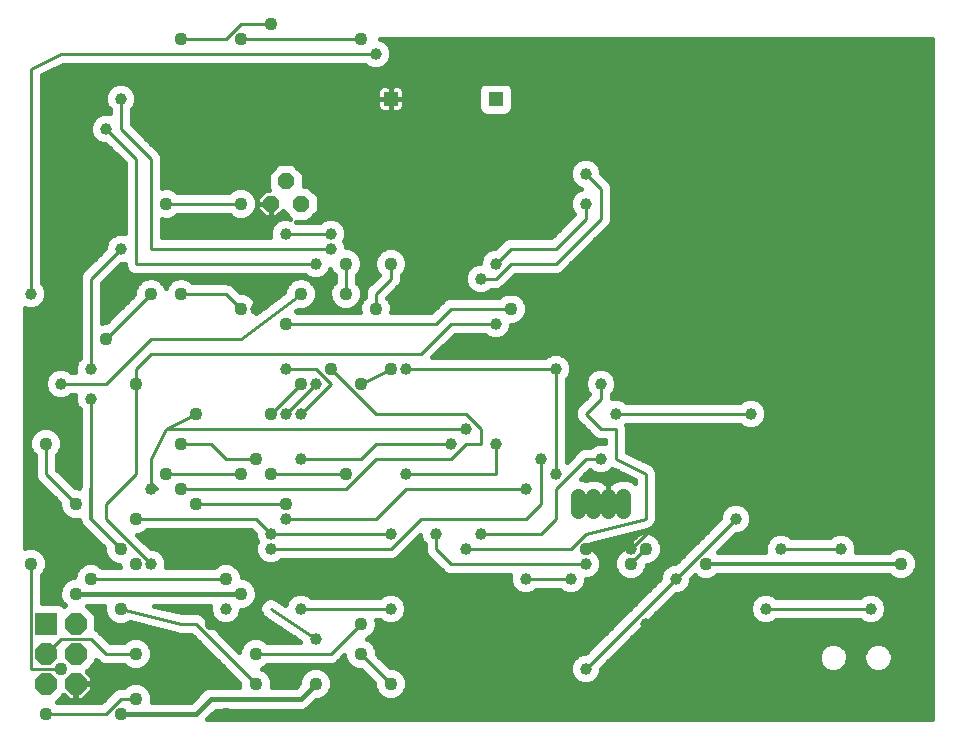
<source format=gbl>
G75*
%MOIN*%
%OFA0B0*%
%FSLAX25Y25*%
%IPPOS*%
%LPD*%
%AMOC8*
5,1,8,0,0,1.08239X$1,22.5*
%
%ADD10OC8,0.05600*%
%ADD11R,0.05156X0.05156*%
%ADD12R,0.07400X0.07400*%
%ADD13OC8,0.07400*%
%ADD14C,0.05156*%
%ADD15C,0.03969*%
%ADD16C,0.01000*%
%ADD17C,0.04362*%
%ADD18C,0.01600*%
%ADD19C,0.01200*%
D10*
X0092896Y0205384D03*
X0097896Y0212884D03*
X0102896Y0205384D03*
D11*
X0132896Y0240384D03*
X0167896Y0240384D03*
D12*
X0017896Y0065384D03*
D13*
X0027896Y0065384D03*
X0027896Y0055384D03*
X0017896Y0055384D03*
X0017896Y0045384D03*
X0027896Y0045384D03*
D14*
X0195396Y0102806D02*
X0195396Y0107962D01*
X0200396Y0107962D02*
X0200396Y0102806D01*
X0205396Y0102806D02*
X0205396Y0107962D01*
X0210396Y0107962D02*
X0210396Y0102806D01*
D15*
X0207896Y0115384D03*
X0202896Y0120384D03*
X0207896Y0135384D03*
X0202896Y0145384D03*
X0187896Y0150384D03*
X0172896Y0160384D03*
X0167896Y0165384D03*
X0162896Y0180384D03*
X0167896Y0185384D03*
X0152896Y0175384D03*
X0137896Y0150384D03*
X0157896Y0130384D03*
X0152896Y0125384D03*
X0137896Y0115384D03*
X0132896Y0095384D03*
X0147896Y0095384D03*
X0157896Y0090384D03*
X0162896Y0095384D03*
X0177896Y0110384D03*
X0182896Y0120384D03*
X0187896Y0115384D03*
X0167896Y0125384D03*
X0197896Y0085384D03*
X0192896Y0080384D03*
X0177896Y0080384D03*
X0197896Y0050384D03*
X0197896Y0040384D03*
X0217896Y0065384D03*
X0227896Y0080384D03*
X0212896Y0090384D03*
X0227896Y0105384D03*
X0247896Y0100384D03*
X0262896Y0090384D03*
X0257896Y0070384D03*
X0282896Y0090384D03*
X0292896Y0070384D03*
X0307896Y0065384D03*
X0252896Y0040384D03*
X0252896Y0125384D03*
X0252896Y0135384D03*
X0267896Y0155384D03*
X0282896Y0175384D03*
X0302896Y0155384D03*
X0297896Y0205384D03*
X0272896Y0230384D03*
X0262896Y0205384D03*
X0242896Y0245384D03*
X0197896Y0215384D03*
X0197896Y0205384D03*
X0182896Y0175384D03*
X0217896Y0175384D03*
X0237896Y0160384D03*
X0222896Y0145384D03*
X0142896Y0080384D03*
X0132896Y0070384D03*
X0107896Y0060384D03*
X0102896Y0070384D03*
X0107896Y0085384D03*
X0092896Y0090384D03*
X0092896Y0095384D03*
X0097896Y0100384D03*
X0102896Y0120384D03*
X0102896Y0135384D03*
X0097896Y0135384D03*
X0107896Y0145384D03*
X0097896Y0150384D03*
X0087896Y0170384D03*
X0107896Y0185384D03*
X0112896Y0190384D03*
X0112896Y0195384D03*
X0097896Y0195384D03*
X0087896Y0220384D03*
X0107896Y0245384D03*
X0127896Y0255384D03*
X0132896Y0245384D03*
X0192896Y0245384D03*
X0297896Y0245384D03*
X0157896Y0040384D03*
X0077896Y0070384D03*
X0052896Y0085384D03*
X0052896Y0110384D03*
X0032896Y0140384D03*
X0032896Y0150384D03*
X0022896Y0145384D03*
X0012896Y0175384D03*
X0042896Y0190384D03*
X0037896Y0230384D03*
X0042896Y0240384D03*
D16*
X0042896Y0230384D01*
X0052896Y0220384D01*
X0052896Y0190384D01*
X0112896Y0190384D01*
X0112896Y0195384D02*
X0097896Y0195384D01*
X0107896Y0185384D02*
X0047896Y0185384D01*
X0047896Y0220384D01*
X0037896Y0230384D01*
X0022896Y0255384D02*
X0012896Y0250384D01*
X0012896Y0175384D01*
X0032896Y0180384D02*
X0042896Y0190384D01*
X0032896Y0180384D02*
X0032896Y0150384D01*
X0037896Y0145384D02*
X0022896Y0145384D01*
X0032896Y0140384D02*
X0032896Y0110384D01*
X0027896Y0105384D02*
X0017896Y0115384D01*
X0017896Y0125384D01*
X0037896Y0145384D02*
X0052896Y0160384D01*
X0082896Y0160384D01*
X0102896Y0175384D01*
X0097896Y0165384D02*
X0147896Y0165384D01*
X0152896Y0170384D01*
X0172896Y0170384D01*
X0167896Y0165384D02*
X0152896Y0165384D01*
X0142896Y0155384D01*
X0052896Y0155384D01*
X0047896Y0150384D01*
X0047896Y0145384D01*
X0047896Y0115384D01*
X0037896Y0105384D01*
X0037896Y0100384D01*
X0052896Y0085384D01*
X0042896Y0090384D02*
X0032896Y0100384D01*
X0047896Y0100384D02*
X0087896Y0100384D01*
X0092896Y0095384D01*
X0132896Y0095384D01*
X0127896Y0100384D02*
X0137896Y0110384D01*
X0177896Y0110384D01*
X0182896Y0105384D02*
X0182896Y0120384D01*
X0187896Y0115384D02*
X0187896Y0150384D01*
X0137896Y0150384D01*
X0132896Y0150384D02*
X0122896Y0145384D01*
X0112896Y0145384D02*
X0107896Y0150384D01*
X0097896Y0150384D01*
X0102896Y0145384D02*
X0092896Y0135384D01*
X0097896Y0135384D02*
X0107896Y0145384D01*
X0112896Y0145384D02*
X0102896Y0135384D01*
X0102896Y0120384D02*
X0122896Y0120384D01*
X0127896Y0125384D01*
X0152896Y0125384D01*
X0152896Y0120384D02*
X0157896Y0125384D01*
X0162896Y0125384D01*
X0162896Y0130384D01*
X0157896Y0135384D01*
X0127896Y0135384D01*
X0112896Y0150384D01*
X0127896Y0170384D02*
X0127896Y0175384D01*
X0132896Y0180384D01*
X0132896Y0185384D01*
X0117896Y0185384D02*
X0117896Y0175384D01*
X0152896Y0175384D02*
X0182896Y0175384D01*
X0217896Y0175384D01*
X0222896Y0170384D01*
X0222896Y0145384D01*
X0207896Y0135384D02*
X0252896Y0135384D01*
X0252896Y0125384D02*
X0232896Y0105384D01*
X0227896Y0105384D01*
X0212896Y0090384D01*
X0217896Y0100384D02*
X0197896Y0095384D01*
X0192896Y0090384D01*
X0157896Y0090384D01*
X0162896Y0095384D02*
X0182896Y0095384D01*
X0187896Y0100384D01*
X0187896Y0110384D01*
X0197896Y0120384D01*
X0202896Y0120384D01*
X0207896Y0120384D02*
X0207896Y0130384D01*
X0202896Y0130384D01*
X0197896Y0135384D01*
X0202896Y0140384D01*
X0202896Y0145384D01*
X0207896Y0120384D02*
X0217896Y0115384D01*
X0217896Y0100384D01*
X0227896Y0080384D02*
X0247896Y0100384D01*
X0262896Y0090384D02*
X0282896Y0090384D01*
X0292896Y0070384D02*
X0257896Y0070384D01*
X0227896Y0080384D02*
X0197896Y0050384D01*
X0202896Y0050384D02*
X0202896Y0045384D01*
X0187896Y0045384D01*
X0157896Y0075384D01*
X0142896Y0080384D01*
X0147896Y0090384D02*
X0147896Y0095384D01*
X0147896Y0090384D02*
X0152896Y0085384D01*
X0197896Y0085384D01*
X0192896Y0080384D02*
X0177896Y0080384D01*
X0177896Y0100384D02*
X0182896Y0105384D01*
X0177896Y0100384D02*
X0142896Y0100384D01*
X0132896Y0090384D01*
X0092896Y0090384D01*
X0097896Y0100384D02*
X0127896Y0100384D01*
X0117896Y0110384D02*
X0062896Y0110384D01*
X0057896Y0115384D02*
X0082896Y0115384D01*
X0077896Y0120384D02*
X0087896Y0120384D01*
X0092896Y0115384D02*
X0117896Y0115384D01*
X0117896Y0110384D02*
X0127896Y0120384D01*
X0152896Y0120384D01*
X0157896Y0130384D02*
X0057896Y0130384D01*
X0067896Y0135384D01*
X0057896Y0130384D02*
X0052896Y0120384D01*
X0052896Y0112589D01*
X0055101Y0110384D01*
X0052896Y0110384D01*
X0062896Y0125384D02*
X0072896Y0125384D01*
X0077896Y0120384D01*
X0067896Y0105384D02*
X0097896Y0105384D01*
X0077896Y0080384D02*
X0032896Y0080384D01*
X0042896Y0070384D02*
X0062896Y0065384D01*
X0067896Y0065384D01*
X0087896Y0045384D01*
X0087896Y0055384D02*
X0112896Y0055384D01*
X0122896Y0065384D01*
X0122896Y0055384D02*
X0132896Y0045384D01*
X0132896Y0070384D02*
X0102896Y0070384D01*
X0092896Y0070384D02*
X0107896Y0060384D01*
X0137896Y0115384D02*
X0167896Y0115384D01*
X0167896Y0125384D01*
X0167896Y0180384D02*
X0162896Y0180384D01*
X0167896Y0180384D02*
X0172896Y0185384D01*
X0187896Y0185384D01*
X0202896Y0200384D01*
X0202896Y0210384D01*
X0197896Y0215384D01*
X0197896Y0205384D02*
X0197896Y0200384D01*
X0187896Y0190384D01*
X0172896Y0190384D01*
X0167896Y0185384D01*
X0132896Y0240384D02*
X0092896Y0240384D01*
X0082896Y0230384D01*
X0087896Y0220384D01*
X0082896Y0205384D02*
X0057896Y0205384D01*
X0052896Y0175384D02*
X0037896Y0160384D01*
X0062896Y0175384D02*
X0077896Y0175384D01*
X0082896Y0170384D01*
X0132896Y0245384D02*
X0192896Y0245384D01*
X0127896Y0255384D02*
X0022896Y0255384D01*
X0062896Y0260384D02*
X0077896Y0260384D01*
X0082896Y0265384D01*
X0092896Y0265384D01*
X0082896Y0260384D02*
X0122896Y0260384D01*
X0012896Y0085384D02*
X0012896Y0050384D01*
X0022896Y0050384D01*
X0017896Y0055384D02*
X0022896Y0060384D01*
X0032896Y0060384D01*
X0037896Y0055384D01*
X0047896Y0055384D01*
X0047896Y0040384D02*
X0042896Y0040384D01*
X0037896Y0035384D01*
X0017896Y0035384D01*
X0202896Y0050384D02*
X0217896Y0065384D01*
D17*
X0017896Y0035384D03*
X0022896Y0050384D03*
X0042896Y0050384D03*
X0047896Y0055384D03*
X0042896Y0060384D03*
X0042896Y0070384D03*
X0032896Y0080384D03*
X0027896Y0075384D03*
X0012896Y0085384D03*
X0022896Y0100384D03*
X0027896Y0105384D03*
X0022896Y0120384D03*
X0017896Y0125384D03*
X0047896Y0145384D03*
X0037896Y0160384D03*
X0052896Y0175384D03*
X0062896Y0175384D03*
X0082896Y0170384D03*
X0097896Y0165384D03*
X0102896Y0175384D03*
X0117896Y0175384D03*
X0117896Y0185384D03*
X0127896Y0170384D03*
X0132896Y0185384D03*
X0132896Y0150384D03*
X0122896Y0145384D03*
X0112896Y0150384D03*
X0102896Y0145384D03*
X0092896Y0135384D03*
X0087896Y0120384D03*
X0082896Y0115384D03*
X0092896Y0115384D03*
X0097896Y0105384D03*
X0117896Y0115384D03*
X0082896Y0075384D03*
X0077896Y0080384D03*
X0072896Y0065384D03*
X0067896Y0055384D03*
X0077896Y0035384D03*
X0087896Y0045384D03*
X0087896Y0055384D03*
X0107896Y0045384D03*
X0122896Y0055384D03*
X0122896Y0065384D03*
X0132896Y0045384D03*
X0197896Y0090384D03*
X0212896Y0085384D03*
X0217896Y0090384D03*
X0237896Y0085384D03*
X0302896Y0085384D03*
X0172896Y0170384D03*
X0122896Y0260384D03*
X0092896Y0265384D03*
X0082896Y0260384D03*
X0062896Y0260384D03*
X0057896Y0205384D03*
X0082896Y0205384D03*
X0067896Y0135384D03*
X0062896Y0125384D03*
X0057896Y0115384D03*
X0062896Y0110384D03*
X0067896Y0105384D03*
X0047896Y0100384D03*
X0042896Y0090384D03*
X0047896Y0085384D03*
X0047896Y0040384D03*
X0042896Y0035384D03*
D18*
X0067896Y0035384D01*
X0072896Y0040384D01*
X0102896Y0040384D01*
X0107896Y0045384D01*
X0111696Y0041573D02*
X0129096Y0041573D01*
X0129848Y0040822D02*
X0131826Y0040003D01*
X0133966Y0040003D01*
X0135944Y0040822D01*
X0137458Y0042336D01*
X0138277Y0044313D01*
X0138277Y0046454D01*
X0137458Y0048432D01*
X0135944Y0049946D01*
X0133966Y0050765D01*
X0132748Y0050765D01*
X0128277Y0055235D01*
X0128277Y0056454D01*
X0127458Y0058432D01*
X0125944Y0059946D01*
X0124886Y0060384D01*
X0125944Y0060822D01*
X0127458Y0062336D01*
X0128277Y0064313D01*
X0128277Y0066454D01*
X0128182Y0066684D01*
X0129264Y0066684D01*
X0129959Y0065989D01*
X0131865Y0065200D01*
X0133927Y0065200D01*
X0135833Y0065989D01*
X0137291Y0067447D01*
X0138080Y0069353D01*
X0138080Y0071415D01*
X0137291Y0073320D01*
X0135833Y0074779D01*
X0133927Y0075568D01*
X0131865Y0075568D01*
X0129959Y0074779D01*
X0129264Y0074084D01*
X0106528Y0074084D01*
X0105833Y0074779D01*
X0103927Y0075568D01*
X0101865Y0075568D01*
X0099959Y0074779D01*
X0098501Y0073320D01*
X0097778Y0071576D01*
X0094336Y0073871D01*
X0092892Y0074156D01*
X0091449Y0073868D01*
X0090226Y0073049D01*
X0089409Y0071824D01*
X0089124Y0070380D01*
X0089412Y0068937D01*
X0090231Y0067713D01*
X0102712Y0059393D01*
X0102712Y0059353D01*
X0102823Y0059084D01*
X0091806Y0059084D01*
X0090944Y0059946D01*
X0088966Y0060765D01*
X0086826Y0060765D01*
X0084848Y0059946D01*
X0083334Y0058432D01*
X0082515Y0056454D01*
X0082515Y0055997D01*
X0071033Y0067480D01*
X0069992Y0068521D01*
X0068632Y0069084D01*
X0063352Y0069084D01*
X0054151Y0071384D01*
X0072712Y0071384D01*
X0072712Y0069353D01*
X0073501Y0067447D01*
X0074959Y0065989D01*
X0076865Y0065200D01*
X0078927Y0065200D01*
X0080833Y0065989D01*
X0082291Y0067447D01*
X0083080Y0069353D01*
X0083080Y0070003D01*
X0083966Y0070003D01*
X0085944Y0070822D01*
X0087458Y0072336D01*
X0088277Y0074313D01*
X0088277Y0076454D01*
X0087458Y0078432D01*
X0085944Y0079946D01*
X0083966Y0080765D01*
X0083277Y0080765D01*
X0083277Y0081454D01*
X0082458Y0083432D01*
X0080944Y0084946D01*
X0078966Y0085765D01*
X0076826Y0085765D01*
X0074848Y0084946D01*
X0073986Y0084084D01*
X0057969Y0084084D01*
X0058080Y0084353D01*
X0058080Y0086415D01*
X0057291Y0088320D01*
X0055833Y0089779D01*
X0053927Y0090568D01*
X0052944Y0090568D01*
X0048510Y0095003D01*
X0048966Y0095003D01*
X0050944Y0095822D01*
X0051806Y0096684D01*
X0086363Y0096684D01*
X0087712Y0095335D01*
X0087712Y0094353D01*
X0088320Y0092884D01*
X0087712Y0091415D01*
X0087712Y0089353D01*
X0088501Y0087447D01*
X0089959Y0085989D01*
X0091865Y0085200D01*
X0093927Y0085200D01*
X0095833Y0085989D01*
X0096528Y0086684D01*
X0133632Y0086684D01*
X0134992Y0087247D01*
X0142712Y0094967D01*
X0142712Y0094353D01*
X0143501Y0092447D01*
X0144196Y0091752D01*
X0144196Y0089648D01*
X0144759Y0088288D01*
X0145800Y0087247D01*
X0150800Y0082247D01*
X0152160Y0081684D01*
X0172823Y0081684D01*
X0172712Y0081415D01*
X0172712Y0079353D01*
X0173501Y0077447D01*
X0174959Y0075989D01*
X0176865Y0075200D01*
X0178927Y0075200D01*
X0180833Y0075989D01*
X0181528Y0076684D01*
X0189264Y0076684D01*
X0189959Y0075989D01*
X0191865Y0075200D01*
X0193927Y0075200D01*
X0195833Y0075989D01*
X0197291Y0077447D01*
X0198080Y0079353D01*
X0198080Y0080200D01*
X0198927Y0080200D01*
X0200833Y0080989D01*
X0202291Y0082447D01*
X0203080Y0084353D01*
X0203080Y0086415D01*
X0202291Y0088320D01*
X0200833Y0089779D01*
X0198927Y0090568D01*
X0198313Y0090568D01*
X0199788Y0092043D01*
X0218352Y0096684D01*
X0218632Y0096684D01*
X0219059Y0096861D01*
X0219507Y0096973D01*
X0219733Y0097140D01*
X0219992Y0097247D01*
X0220319Y0097574D01*
X0220690Y0097849D01*
X0220834Y0098090D01*
X0221033Y0098288D01*
X0221210Y0098715D01*
X0221447Y0099111D01*
X0221489Y0099389D01*
X0221596Y0099648D01*
X0221596Y0100110D01*
X0221664Y0100567D01*
X0221596Y0100839D01*
X0221596Y0115252D01*
X0221639Y0115856D01*
X0221596Y0115984D01*
X0221596Y0116120D01*
X0221365Y0116678D01*
X0221173Y0117252D01*
X0221085Y0117354D01*
X0221033Y0117480D01*
X0220605Y0117907D01*
X0220209Y0118364D01*
X0220088Y0118425D01*
X0219992Y0118521D01*
X0219433Y0118752D01*
X0211596Y0122671D01*
X0211596Y0131120D01*
X0211411Y0131567D01*
X0211528Y0131684D01*
X0249264Y0131684D01*
X0249959Y0130989D01*
X0251865Y0130200D01*
X0253927Y0130200D01*
X0255833Y0130989D01*
X0257291Y0132447D01*
X0258080Y0134353D01*
X0258080Y0136415D01*
X0257291Y0138320D01*
X0255833Y0139779D01*
X0253927Y0140568D01*
X0251865Y0140568D01*
X0249959Y0139779D01*
X0249264Y0139084D01*
X0211528Y0139084D01*
X0210833Y0139779D01*
X0208927Y0140568D01*
X0206865Y0140568D01*
X0206596Y0140457D01*
X0206596Y0141752D01*
X0207291Y0142447D01*
X0208080Y0144353D01*
X0208080Y0146415D01*
X0207291Y0148320D01*
X0205833Y0149779D01*
X0203927Y0150568D01*
X0201865Y0150568D01*
X0199959Y0149779D01*
X0198501Y0148320D01*
X0197712Y0146415D01*
X0197712Y0144353D01*
X0198501Y0142447D01*
X0199114Y0141834D01*
X0194759Y0137480D01*
X0194196Y0136120D01*
X0194196Y0134648D01*
X0194759Y0133288D01*
X0195800Y0132247D01*
X0200800Y0127247D01*
X0202160Y0126684D01*
X0204196Y0126684D01*
X0204196Y0125457D01*
X0203927Y0125568D01*
X0201865Y0125568D01*
X0199959Y0124779D01*
X0199264Y0124084D01*
X0197160Y0124084D01*
X0195800Y0123521D01*
X0191596Y0119316D01*
X0191596Y0146752D01*
X0192291Y0147447D01*
X0193080Y0149353D01*
X0193080Y0151415D01*
X0192291Y0153320D01*
X0190833Y0154779D01*
X0188927Y0155568D01*
X0186865Y0155568D01*
X0184959Y0154779D01*
X0184264Y0154084D01*
X0146829Y0154084D01*
X0154429Y0161684D01*
X0164264Y0161684D01*
X0164959Y0160989D01*
X0166865Y0160200D01*
X0168927Y0160200D01*
X0170833Y0160989D01*
X0172291Y0162447D01*
X0173080Y0164353D01*
X0173080Y0165003D01*
X0173966Y0165003D01*
X0175944Y0165822D01*
X0177458Y0167336D01*
X0178277Y0169313D01*
X0178277Y0171454D01*
X0177458Y0173432D01*
X0175944Y0174946D01*
X0173966Y0175765D01*
X0171826Y0175765D01*
X0169848Y0174946D01*
X0168986Y0174084D01*
X0152160Y0174084D01*
X0150800Y0173521D01*
X0149759Y0172480D01*
X0146363Y0169084D01*
X0133182Y0169084D01*
X0133277Y0169313D01*
X0133277Y0171454D01*
X0132458Y0173432D01*
X0131817Y0174073D01*
X0134992Y0177247D01*
X0136033Y0178288D01*
X0136596Y0179648D01*
X0136596Y0181474D01*
X0137458Y0182336D01*
X0138277Y0184313D01*
X0138277Y0186454D01*
X0137458Y0188432D01*
X0135944Y0189946D01*
X0133966Y0190765D01*
X0131826Y0190765D01*
X0129848Y0189946D01*
X0128334Y0188432D01*
X0127515Y0186454D01*
X0127515Y0184313D01*
X0128334Y0182336D01*
X0128975Y0181695D01*
X0124759Y0177480D01*
X0124196Y0176120D01*
X0124196Y0174294D01*
X0123334Y0173432D01*
X0122515Y0171454D01*
X0122515Y0169313D01*
X0122610Y0169084D01*
X0101806Y0169084D01*
X0101316Y0169574D01*
X0101888Y0170003D01*
X0103966Y0170003D01*
X0105944Y0170822D01*
X0107458Y0172336D01*
X0108277Y0174313D01*
X0108277Y0176454D01*
X0107458Y0178432D01*
X0105944Y0179946D01*
X0103966Y0180765D01*
X0101826Y0180765D01*
X0099848Y0179946D01*
X0098334Y0178432D01*
X0097515Y0176454D01*
X0097515Y0175973D01*
X0088116Y0168923D01*
X0088277Y0169313D01*
X0088277Y0171454D01*
X0087458Y0173432D01*
X0085944Y0174946D01*
X0083966Y0175765D01*
X0082748Y0175765D01*
X0081033Y0177480D01*
X0079992Y0178521D01*
X0078632Y0179084D01*
X0066806Y0179084D01*
X0065944Y0179946D01*
X0063966Y0180765D01*
X0061826Y0180765D01*
X0059848Y0179946D01*
X0058334Y0178432D01*
X0057896Y0177374D01*
X0057458Y0178432D01*
X0055944Y0179946D01*
X0053966Y0180765D01*
X0051826Y0180765D01*
X0049848Y0179946D01*
X0048334Y0178432D01*
X0047515Y0176454D01*
X0047515Y0175235D01*
X0038045Y0165765D01*
X0036826Y0165765D01*
X0036596Y0165670D01*
X0036596Y0178851D01*
X0042944Y0185200D01*
X0043927Y0185200D01*
X0044196Y0185311D01*
X0044196Y0184648D01*
X0044759Y0183288D01*
X0045800Y0182247D01*
X0047160Y0181684D01*
X0104264Y0181684D01*
X0104959Y0180989D01*
X0106865Y0180200D01*
X0108927Y0180200D01*
X0110833Y0180989D01*
X0112291Y0182447D01*
X0112790Y0183651D01*
X0113334Y0182336D01*
X0114196Y0181474D01*
X0114196Y0179294D01*
X0113334Y0178432D01*
X0112515Y0176454D01*
X0112515Y0174313D01*
X0113334Y0172336D01*
X0114848Y0170822D01*
X0116826Y0170003D01*
X0118966Y0170003D01*
X0120944Y0170822D01*
X0122458Y0172336D01*
X0123277Y0174313D01*
X0123277Y0176454D01*
X0122458Y0178432D01*
X0121596Y0179294D01*
X0121596Y0181474D01*
X0122458Y0182336D01*
X0123277Y0184313D01*
X0123277Y0186454D01*
X0122458Y0188432D01*
X0120944Y0189946D01*
X0118966Y0190765D01*
X0118080Y0190765D01*
X0118080Y0191415D01*
X0117472Y0192884D01*
X0118080Y0194353D01*
X0118080Y0196415D01*
X0117291Y0198320D01*
X0115833Y0199779D01*
X0113927Y0200568D01*
X0111865Y0200568D01*
X0109959Y0199779D01*
X0109264Y0199084D01*
X0101528Y0199084D01*
X0101228Y0199384D01*
X0105381Y0199384D01*
X0108896Y0202899D01*
X0108896Y0207869D01*
X0105381Y0211384D01*
X0103896Y0211384D01*
X0103896Y0215369D01*
X0100381Y0218884D01*
X0095411Y0218884D01*
X0091896Y0215369D01*
X0091896Y0210399D01*
X0092311Y0209984D01*
X0090991Y0209984D01*
X0088296Y0207289D01*
X0088296Y0205384D01*
X0092896Y0205384D01*
X0092896Y0205384D01*
X0088296Y0205384D01*
X0088296Y0203478D01*
X0090991Y0200784D01*
X0092896Y0200784D01*
X0092896Y0205384D01*
X0092896Y0205384D01*
X0092896Y0200784D01*
X0094801Y0200784D01*
X0096906Y0202888D01*
X0099438Y0200356D01*
X0098927Y0200568D01*
X0096865Y0200568D01*
X0094959Y0199779D01*
X0093501Y0198320D01*
X0092712Y0196415D01*
X0092712Y0194353D01*
X0092823Y0194084D01*
X0056596Y0194084D01*
X0056596Y0200098D01*
X0056826Y0200003D01*
X0058966Y0200003D01*
X0060944Y0200822D01*
X0061806Y0201684D01*
X0078986Y0201684D01*
X0079848Y0200822D01*
X0081826Y0200003D01*
X0083966Y0200003D01*
X0085944Y0200822D01*
X0087458Y0202336D01*
X0088277Y0204313D01*
X0088277Y0206454D01*
X0087458Y0208432D01*
X0085944Y0209946D01*
X0083966Y0210765D01*
X0081826Y0210765D01*
X0079848Y0209946D01*
X0078986Y0209084D01*
X0061806Y0209084D01*
X0060944Y0209946D01*
X0058966Y0210765D01*
X0056826Y0210765D01*
X0056596Y0210670D01*
X0056596Y0221120D01*
X0056033Y0222480D01*
X0054992Y0223521D01*
X0046596Y0231916D01*
X0046596Y0236752D01*
X0047291Y0237447D01*
X0048080Y0239353D01*
X0048080Y0241415D01*
X0047291Y0243320D01*
X0045833Y0244779D01*
X0043927Y0245568D01*
X0041865Y0245568D01*
X0039959Y0244779D01*
X0038501Y0243320D01*
X0037712Y0241415D01*
X0037712Y0239353D01*
X0038501Y0237447D01*
X0039196Y0236752D01*
X0039196Y0235457D01*
X0038927Y0235568D01*
X0036865Y0235568D01*
X0034959Y0234779D01*
X0033501Y0233320D01*
X0032712Y0231415D01*
X0032712Y0229353D01*
X0033501Y0227447D01*
X0034959Y0225989D01*
X0036865Y0225200D01*
X0037848Y0225200D01*
X0044196Y0218851D01*
X0044196Y0195457D01*
X0043927Y0195568D01*
X0041865Y0195568D01*
X0039959Y0194779D01*
X0038501Y0193320D01*
X0037712Y0191415D01*
X0037712Y0190432D01*
X0029759Y0182480D01*
X0029196Y0181120D01*
X0029196Y0154015D01*
X0028501Y0153320D01*
X0027712Y0151415D01*
X0027712Y0149353D01*
X0027823Y0149084D01*
X0026528Y0149084D01*
X0025833Y0149779D01*
X0023927Y0150568D01*
X0021865Y0150568D01*
X0019959Y0149779D01*
X0018501Y0148320D01*
X0017712Y0146415D01*
X0017712Y0144353D01*
X0018501Y0142447D01*
X0019959Y0140989D01*
X0021865Y0140200D01*
X0023927Y0140200D01*
X0025833Y0140989D01*
X0026528Y0141684D01*
X0027823Y0141684D01*
X0027712Y0141415D01*
X0027712Y0139353D01*
X0028501Y0137447D01*
X0029196Y0136752D01*
X0029196Y0111381D01*
X0029096Y0111140D01*
X0029096Y0110711D01*
X0028966Y0110765D01*
X0027748Y0110765D01*
X0021596Y0116916D01*
X0021596Y0121474D01*
X0022458Y0122336D01*
X0023277Y0124313D01*
X0023277Y0126454D01*
X0022458Y0128432D01*
X0020944Y0129946D01*
X0018966Y0130765D01*
X0016826Y0130765D01*
X0014848Y0129946D01*
X0013334Y0128432D01*
X0012515Y0126454D01*
X0012515Y0124313D01*
X0013334Y0122336D01*
X0014196Y0121474D01*
X0014196Y0114648D01*
X0014759Y0113288D01*
X0015800Y0112247D01*
X0022515Y0105532D01*
X0022515Y0104313D01*
X0023334Y0102336D01*
X0024848Y0100822D01*
X0026826Y0100003D01*
X0028966Y0100003D01*
X0029096Y0100056D01*
X0029096Y0099628D01*
X0029675Y0098231D01*
X0030744Y0097162D01*
X0030985Y0097062D01*
X0037515Y0090532D01*
X0037515Y0089313D01*
X0038334Y0087336D01*
X0039848Y0085822D01*
X0041826Y0085003D01*
X0042515Y0085003D01*
X0042515Y0084313D01*
X0042610Y0084084D01*
X0036806Y0084084D01*
X0035944Y0084946D01*
X0033966Y0085765D01*
X0031826Y0085765D01*
X0029848Y0084946D01*
X0028334Y0083432D01*
X0027515Y0081454D01*
X0027515Y0080765D01*
X0026826Y0080765D01*
X0024848Y0079946D01*
X0023334Y0078432D01*
X0022515Y0076454D01*
X0022515Y0074313D01*
X0023334Y0072336D01*
X0024212Y0071458D01*
X0023980Y0071226D01*
X0023409Y0071797D01*
X0022233Y0072284D01*
X0016596Y0072284D01*
X0016596Y0081474D01*
X0017458Y0082336D01*
X0018277Y0084313D01*
X0018277Y0086454D01*
X0017458Y0088432D01*
X0015944Y0089946D01*
X0013966Y0090765D01*
X0011826Y0090765D01*
X0011096Y0090463D01*
X0011096Y0170518D01*
X0011865Y0170200D01*
X0013927Y0170200D01*
X0015833Y0170989D01*
X0017291Y0172447D01*
X0018080Y0174353D01*
X0018080Y0176415D01*
X0017291Y0178320D01*
X0016596Y0179015D01*
X0016596Y0248097D01*
X0023770Y0251684D01*
X0124264Y0251684D01*
X0124959Y0250989D01*
X0126865Y0250200D01*
X0128927Y0250200D01*
X0130833Y0250989D01*
X0132291Y0252447D01*
X0133080Y0254353D01*
X0133080Y0256415D01*
X0132291Y0258320D01*
X0130833Y0259779D01*
X0129372Y0260384D01*
X0313397Y0260384D01*
X0313397Y0033584D01*
X0071753Y0033584D01*
X0074553Y0036384D01*
X0103692Y0036384D01*
X0105162Y0036993D01*
X0108172Y0040003D01*
X0108966Y0040003D01*
X0110944Y0040822D01*
X0112458Y0042336D01*
X0113277Y0044313D01*
X0113277Y0046454D01*
X0112458Y0048432D01*
X0110944Y0049946D01*
X0108966Y0050765D01*
X0106826Y0050765D01*
X0104848Y0049946D01*
X0103334Y0048432D01*
X0102515Y0046454D01*
X0102515Y0045660D01*
X0101239Y0044384D01*
X0093277Y0044384D01*
X0093277Y0046454D01*
X0092458Y0048432D01*
X0090944Y0049946D01*
X0089886Y0050384D01*
X0090944Y0050822D01*
X0091806Y0051684D01*
X0113632Y0051684D01*
X0114992Y0052247D01*
X0116033Y0053288D01*
X0117515Y0054770D01*
X0117515Y0054313D01*
X0118334Y0052336D01*
X0119848Y0050822D01*
X0121826Y0050003D01*
X0123045Y0050003D01*
X0127515Y0045532D01*
X0127515Y0044313D01*
X0128334Y0042336D01*
X0129848Y0040822D01*
X0127988Y0043172D02*
X0112804Y0043172D01*
X0113277Y0044770D02*
X0127515Y0044770D01*
X0126678Y0046369D02*
X0113277Y0046369D01*
X0112650Y0047967D02*
X0125080Y0047967D01*
X0123481Y0049566D02*
X0111324Y0049566D01*
X0115508Y0052763D02*
X0118157Y0052763D01*
X0117515Y0054361D02*
X0117106Y0054361D01*
X0119505Y0051164D02*
X0091287Y0051164D01*
X0091324Y0049566D02*
X0104468Y0049566D01*
X0103142Y0047967D02*
X0092650Y0047967D01*
X0093277Y0046369D02*
X0102515Y0046369D01*
X0101626Y0044770D02*
X0093277Y0044770D01*
X0104643Y0036778D02*
X0313397Y0036778D01*
X0313397Y0038376D02*
X0106545Y0038376D01*
X0108144Y0039975D02*
X0313397Y0039975D01*
X0313397Y0041573D02*
X0136696Y0041573D01*
X0137804Y0043172D02*
X0313397Y0043172D01*
X0313397Y0044770D02*
X0138277Y0044770D01*
X0138277Y0046369D02*
X0194579Y0046369D01*
X0194959Y0045989D02*
X0196865Y0045200D01*
X0198927Y0045200D01*
X0200833Y0045989D01*
X0202291Y0047447D01*
X0203080Y0049353D01*
X0203080Y0050335D01*
X0227944Y0075200D01*
X0228927Y0075200D01*
X0230833Y0075989D01*
X0232291Y0077447D01*
X0233080Y0079353D01*
X0233080Y0080335D01*
X0234207Y0081463D01*
X0234848Y0080822D01*
X0236826Y0080003D01*
X0238966Y0080003D01*
X0240944Y0080822D01*
X0241706Y0081584D01*
X0299086Y0081584D01*
X0299848Y0080822D01*
X0301826Y0080003D01*
X0303966Y0080003D01*
X0305944Y0080822D01*
X0307458Y0082336D01*
X0308277Y0084313D01*
X0308277Y0086454D01*
X0307458Y0088432D01*
X0305944Y0089946D01*
X0303966Y0090765D01*
X0301826Y0090765D01*
X0299848Y0089946D01*
X0299086Y0089184D01*
X0288010Y0089184D01*
X0288080Y0089353D01*
X0288080Y0091415D01*
X0287291Y0093320D01*
X0285833Y0094779D01*
X0283927Y0095568D01*
X0281865Y0095568D01*
X0279959Y0094779D01*
X0279264Y0094084D01*
X0266528Y0094084D01*
X0265833Y0094779D01*
X0263927Y0095568D01*
X0261865Y0095568D01*
X0259959Y0094779D01*
X0258501Y0093320D01*
X0257712Y0091415D01*
X0257712Y0089353D01*
X0257782Y0089184D01*
X0241929Y0089184D01*
X0247944Y0095200D01*
X0248927Y0095200D01*
X0250833Y0095989D01*
X0252291Y0097447D01*
X0253080Y0099353D01*
X0253080Y0101415D01*
X0252291Y0103320D01*
X0250833Y0104779D01*
X0248927Y0105568D01*
X0246865Y0105568D01*
X0244959Y0104779D01*
X0243501Y0103320D01*
X0242712Y0101415D01*
X0242712Y0100432D01*
X0227848Y0085568D01*
X0226865Y0085568D01*
X0224959Y0084779D01*
X0223501Y0083320D01*
X0222712Y0081415D01*
X0222712Y0080432D01*
X0197848Y0055568D01*
X0196865Y0055568D01*
X0194959Y0054779D01*
X0193501Y0053320D01*
X0192712Y0051415D01*
X0192712Y0049353D01*
X0193501Y0047447D01*
X0194959Y0045989D01*
X0193286Y0047967D02*
X0137650Y0047967D01*
X0136324Y0049566D02*
X0192712Y0049566D01*
X0192712Y0051164D02*
X0132348Y0051164D01*
X0130749Y0052763D02*
X0193270Y0052763D01*
X0194542Y0054361D02*
X0129151Y0054361D01*
X0128277Y0055960D02*
X0198240Y0055960D01*
X0199838Y0057559D02*
X0127820Y0057559D01*
X0126733Y0059157D02*
X0201437Y0059157D01*
X0203035Y0060756D02*
X0125784Y0060756D01*
X0127466Y0062354D02*
X0204634Y0062354D01*
X0206232Y0063953D02*
X0128128Y0063953D01*
X0128277Y0065551D02*
X0131016Y0065551D01*
X0134776Y0065551D02*
X0207831Y0065551D01*
X0209429Y0067150D02*
X0136993Y0067150D01*
X0137830Y0068748D02*
X0211028Y0068748D01*
X0212626Y0070347D02*
X0138080Y0070347D01*
X0137861Y0071945D02*
X0214225Y0071945D01*
X0215823Y0073544D02*
X0137068Y0073544D01*
X0134956Y0075142D02*
X0217422Y0075142D01*
X0219020Y0076741D02*
X0196585Y0076741D01*
X0197661Y0078339D02*
X0220619Y0078339D01*
X0222217Y0079938D02*
X0198080Y0079938D01*
X0201380Y0081536D02*
X0209134Y0081536D01*
X0209848Y0080822D02*
X0211826Y0080003D01*
X0213966Y0080003D01*
X0215944Y0080822D01*
X0217458Y0082336D01*
X0218277Y0084313D01*
X0218277Y0085003D01*
X0218966Y0085003D01*
X0220944Y0085822D01*
X0222458Y0087336D01*
X0223277Y0089313D01*
X0223277Y0091454D01*
X0222458Y0093432D01*
X0220944Y0094946D01*
X0218966Y0095765D01*
X0216826Y0095765D01*
X0214848Y0094946D01*
X0213334Y0093432D01*
X0212515Y0091454D01*
X0212515Y0090765D01*
X0211826Y0090765D01*
X0209848Y0089946D01*
X0208334Y0088432D01*
X0207515Y0086454D01*
X0207515Y0084313D01*
X0208334Y0082336D01*
X0209848Y0080822D01*
X0208003Y0083135D02*
X0202576Y0083135D01*
X0203080Y0084733D02*
X0207515Y0084733D01*
X0207515Y0086332D02*
X0203080Y0086332D01*
X0202453Y0087930D02*
X0208126Y0087930D01*
X0209431Y0089529D02*
X0201083Y0089529D01*
X0198872Y0091127D02*
X0212515Y0091127D01*
X0213042Y0092726D02*
X0202519Y0092726D01*
X0208913Y0094324D02*
X0214226Y0094324D01*
X0215307Y0095923D02*
X0238202Y0095923D01*
X0236604Y0094324D02*
X0221566Y0094324D01*
X0222750Y0092726D02*
X0235005Y0092726D01*
X0233407Y0091127D02*
X0223277Y0091127D01*
X0223277Y0089529D02*
X0231808Y0089529D01*
X0230210Y0087930D02*
X0222704Y0087930D01*
X0221454Y0086332D02*
X0228611Y0086332D01*
X0224914Y0084733D02*
X0218277Y0084733D01*
X0217789Y0083135D02*
X0223424Y0083135D01*
X0222762Y0081536D02*
X0216658Y0081536D01*
X0224690Y0071945D02*
X0252931Y0071945D01*
X0252712Y0071415D02*
X0252712Y0069353D01*
X0253501Y0067447D01*
X0254959Y0065989D01*
X0256865Y0065200D01*
X0258927Y0065200D01*
X0260833Y0065989D01*
X0261528Y0066684D01*
X0289264Y0066684D01*
X0289959Y0065989D01*
X0291865Y0065200D01*
X0293927Y0065200D01*
X0295833Y0065989D01*
X0297291Y0067447D01*
X0298080Y0069353D01*
X0298080Y0071415D01*
X0297291Y0073320D01*
X0295833Y0074779D01*
X0293927Y0075568D01*
X0291865Y0075568D01*
X0289959Y0074779D01*
X0289264Y0074084D01*
X0261528Y0074084D01*
X0260833Y0074779D01*
X0258927Y0075568D01*
X0256865Y0075568D01*
X0254959Y0074779D01*
X0253501Y0073320D01*
X0252712Y0071415D01*
X0252712Y0070347D02*
X0223091Y0070347D01*
X0221493Y0068748D02*
X0252962Y0068748D01*
X0253799Y0067150D02*
X0219894Y0067150D01*
X0218296Y0065551D02*
X0256016Y0065551D01*
X0259776Y0065551D02*
X0291016Y0065551D01*
X0294776Y0065551D02*
X0313397Y0065551D01*
X0313397Y0063953D02*
X0216697Y0063953D01*
X0215099Y0062354D02*
X0313397Y0062354D01*
X0313397Y0060756D02*
X0213500Y0060756D01*
X0211902Y0059157D02*
X0313397Y0059157D01*
X0313397Y0057559D02*
X0298755Y0057559D01*
X0298137Y0058177D02*
X0296346Y0058918D01*
X0294407Y0058918D01*
X0292616Y0058177D01*
X0291245Y0056806D01*
X0290503Y0055015D01*
X0290503Y0053076D01*
X0291245Y0051285D01*
X0292616Y0049914D01*
X0294407Y0049172D01*
X0296346Y0049172D01*
X0298137Y0049914D01*
X0299508Y0051285D01*
X0300250Y0053076D01*
X0300250Y0055015D01*
X0299508Y0056806D01*
X0298137Y0058177D01*
X0299858Y0055960D02*
X0313397Y0055960D01*
X0313397Y0054361D02*
X0300250Y0054361D01*
X0300120Y0052763D02*
X0313397Y0052763D01*
X0313397Y0051164D02*
X0299387Y0051164D01*
X0297297Y0049566D02*
X0313397Y0049566D01*
X0313397Y0047967D02*
X0202507Y0047967D01*
X0203080Y0049566D02*
X0278495Y0049566D01*
X0277655Y0049914D02*
X0279446Y0049172D01*
X0281385Y0049172D01*
X0283176Y0049914D01*
X0284547Y0051285D01*
X0285289Y0053076D01*
X0285289Y0055015D01*
X0284547Y0056806D01*
X0283176Y0058177D01*
X0281385Y0058918D01*
X0279446Y0058918D01*
X0277655Y0058177D01*
X0276284Y0056806D01*
X0275543Y0055015D01*
X0275543Y0053076D01*
X0276284Y0051285D01*
X0277655Y0049914D01*
X0276405Y0051164D02*
X0203909Y0051164D01*
X0205508Y0052763D02*
X0275672Y0052763D01*
X0275543Y0054361D02*
X0207106Y0054361D01*
X0208705Y0055960D02*
X0275934Y0055960D01*
X0277037Y0057559D02*
X0210303Y0057559D01*
X0201213Y0046369D02*
X0313397Y0046369D01*
X0313397Y0035179D02*
X0073348Y0035179D01*
X0068429Y0041573D02*
X0053228Y0041573D01*
X0053277Y0041454D02*
X0052458Y0043432D01*
X0050944Y0044946D01*
X0048966Y0045765D01*
X0046826Y0045765D01*
X0044848Y0044946D01*
X0043986Y0044084D01*
X0042160Y0044084D01*
X0040800Y0043521D01*
X0039759Y0042480D01*
X0036363Y0039084D01*
X0021806Y0039084D01*
X0021580Y0039310D01*
X0023886Y0041616D01*
X0025618Y0039884D01*
X0027696Y0039884D01*
X0027696Y0045184D01*
X0028096Y0045184D01*
X0028096Y0045584D01*
X0033396Y0045584D01*
X0033396Y0047662D01*
X0031664Y0049394D01*
X0034796Y0052526D01*
X0034796Y0053251D01*
X0035800Y0052247D01*
X0037160Y0051684D01*
X0043986Y0051684D01*
X0044848Y0050822D01*
X0046826Y0050003D01*
X0048966Y0050003D01*
X0050944Y0050822D01*
X0052458Y0052336D01*
X0053277Y0054313D01*
X0053277Y0056454D01*
X0052458Y0058432D01*
X0050944Y0059946D01*
X0048966Y0060765D01*
X0046826Y0060765D01*
X0044848Y0059946D01*
X0043986Y0059084D01*
X0039429Y0059084D01*
X0036033Y0062480D01*
X0034992Y0063521D01*
X0034796Y0063602D01*
X0034796Y0068242D01*
X0031654Y0071384D01*
X0037515Y0071384D01*
X0037515Y0069313D01*
X0038334Y0067336D01*
X0039848Y0065822D01*
X0041826Y0065003D01*
X0043966Y0065003D01*
X0045923Y0065813D01*
X0061733Y0061861D01*
X0062160Y0061684D01*
X0062441Y0061684D01*
X0062713Y0061616D01*
X0063170Y0061684D01*
X0066363Y0061684D01*
X0082515Y0045532D01*
X0082515Y0044384D01*
X0072100Y0044384D01*
X0070630Y0043775D01*
X0066239Y0039384D01*
X0053277Y0039384D01*
X0053277Y0041454D01*
X0053277Y0039975D02*
X0066830Y0039975D01*
X0070027Y0043172D02*
X0052566Y0043172D01*
X0051119Y0044770D02*
X0082515Y0044770D01*
X0081678Y0046369D02*
X0033396Y0046369D01*
X0033396Y0045184D02*
X0028096Y0045184D01*
X0028096Y0039884D01*
X0030174Y0039884D01*
X0033396Y0043106D01*
X0033396Y0045184D01*
X0033396Y0044770D02*
X0044673Y0044770D01*
X0040452Y0043172D02*
X0033396Y0043172D01*
X0031864Y0041573D02*
X0038853Y0041573D01*
X0037255Y0039975D02*
X0030265Y0039975D01*
X0028096Y0039975D02*
X0027696Y0039975D01*
X0027696Y0041573D02*
X0028096Y0041573D01*
X0028096Y0043172D02*
X0027696Y0043172D01*
X0027696Y0044770D02*
X0028096Y0044770D01*
X0023928Y0041573D02*
X0023844Y0041573D01*
X0022245Y0039975D02*
X0025527Y0039975D01*
X0033091Y0047967D02*
X0080080Y0047967D01*
X0078481Y0049566D02*
X0031836Y0049566D01*
X0033435Y0051164D02*
X0044505Y0051164D01*
X0044059Y0059157D02*
X0039355Y0059157D01*
X0037757Y0060756D02*
X0046803Y0060756D01*
X0048989Y0060756D02*
X0067292Y0060756D01*
X0068890Y0059157D02*
X0051733Y0059157D01*
X0052820Y0057559D02*
X0070489Y0057559D01*
X0072087Y0055960D02*
X0053277Y0055960D01*
X0053277Y0054361D02*
X0073686Y0054361D01*
X0075284Y0052763D02*
X0052635Y0052763D01*
X0051287Y0051164D02*
X0076883Y0051164D01*
X0080954Y0057559D02*
X0082972Y0057559D01*
X0084059Y0059157D02*
X0079355Y0059157D01*
X0077757Y0060756D02*
X0086803Y0060756D01*
X0088989Y0060756D02*
X0100668Y0060756D01*
X0102793Y0059157D02*
X0091733Y0059157D01*
X0095873Y0063953D02*
X0074560Y0063953D01*
X0076016Y0065551D02*
X0072961Y0065551D01*
X0073799Y0067150D02*
X0071363Y0067150D01*
X0071033Y0067480D02*
X0071033Y0067480D01*
X0069443Y0068748D02*
X0072962Y0068748D01*
X0072712Y0070347D02*
X0058300Y0070347D01*
X0053366Y0063953D02*
X0034796Y0063953D01*
X0034796Y0065551D02*
X0040502Y0065551D01*
X0038520Y0067150D02*
X0034796Y0067150D01*
X0034290Y0068748D02*
X0037749Y0068748D01*
X0037515Y0070347D02*
X0032691Y0070347D01*
X0027896Y0075384D02*
X0082896Y0075384D01*
X0084797Y0070347D02*
X0089130Y0070347D01*
X0089490Y0071945D02*
X0087067Y0071945D01*
X0087958Y0073544D02*
X0090965Y0073544D01*
X0088277Y0075142D02*
X0100837Y0075142D01*
X0098724Y0073544D02*
X0094827Y0073544D01*
X0097224Y0071945D02*
X0097931Y0071945D01*
X0104956Y0075142D02*
X0130837Y0075142D01*
X0135675Y0087930D02*
X0145117Y0087930D01*
X0144245Y0089529D02*
X0137274Y0089529D01*
X0138872Y0091127D02*
X0144196Y0091127D01*
X0143386Y0092726D02*
X0140471Y0092726D01*
X0142069Y0094324D02*
X0142724Y0094324D01*
X0146716Y0086332D02*
X0096176Y0086332D01*
X0089617Y0086332D02*
X0058080Y0086332D01*
X0058080Y0084733D02*
X0074635Y0084733D01*
X0081157Y0084733D02*
X0148314Y0084733D01*
X0149913Y0083135D02*
X0082581Y0083135D01*
X0083243Y0081536D02*
X0172762Y0081536D01*
X0172712Y0079938D02*
X0085952Y0079938D01*
X0087496Y0078339D02*
X0173132Y0078339D01*
X0174208Y0076741D02*
X0088159Y0076741D01*
X0089538Y0068748D02*
X0082830Y0068748D01*
X0081993Y0067150D02*
X0091077Y0067150D01*
X0093475Y0065551D02*
X0079776Y0065551D01*
X0076158Y0062354D02*
X0098270Y0062354D01*
X0088301Y0087930D02*
X0057453Y0087930D01*
X0056083Y0089529D02*
X0087712Y0089529D01*
X0087712Y0091127D02*
X0052385Y0091127D01*
X0050787Y0092726D02*
X0088255Y0092726D01*
X0087724Y0094324D02*
X0049188Y0094324D01*
X0051045Y0095923D02*
X0087124Y0095923D01*
X0059760Y0062354D02*
X0036158Y0062354D01*
X0035284Y0052763D02*
X0034796Y0052763D01*
X0045290Y0065551D02*
X0046972Y0065551D01*
X0042515Y0084733D02*
X0036157Y0084733D01*
X0039338Y0086332D02*
X0018277Y0086332D01*
X0018277Y0084733D02*
X0029635Y0084733D01*
X0028211Y0083135D02*
X0017789Y0083135D01*
X0016658Y0081536D02*
X0027549Y0081536D01*
X0024840Y0079938D02*
X0016596Y0079938D01*
X0016596Y0078339D02*
X0023296Y0078339D01*
X0022634Y0076741D02*
X0016596Y0076741D01*
X0016596Y0075142D02*
X0022515Y0075142D01*
X0022834Y0073544D02*
X0016596Y0073544D01*
X0023050Y0071945D02*
X0023725Y0071945D01*
X0017666Y0087930D02*
X0038088Y0087930D01*
X0037515Y0089529D02*
X0016361Y0089529D01*
X0011096Y0091127D02*
X0036920Y0091127D01*
X0035322Y0092726D02*
X0011096Y0092726D01*
X0011096Y0094324D02*
X0033723Y0094324D01*
X0032125Y0095923D02*
X0011096Y0095923D01*
X0011096Y0097521D02*
X0030385Y0097521D01*
X0029307Y0099120D02*
X0011096Y0099120D01*
X0011096Y0100718D02*
X0025098Y0100718D01*
X0023353Y0102317D02*
X0011096Y0102317D01*
X0011096Y0103915D02*
X0022680Y0103915D01*
X0022515Y0105514D02*
X0011096Y0105514D01*
X0011096Y0107112D02*
X0020935Y0107112D01*
X0019336Y0108711D02*
X0011096Y0108711D01*
X0011096Y0110309D02*
X0017738Y0110309D01*
X0016139Y0111908D02*
X0011096Y0111908D01*
X0011096Y0113506D02*
X0014669Y0113506D01*
X0014196Y0115105D02*
X0011096Y0115105D01*
X0011096Y0116703D02*
X0014196Y0116703D01*
X0014196Y0118302D02*
X0011096Y0118302D01*
X0011096Y0119900D02*
X0014196Y0119900D01*
X0014171Y0121499D02*
X0011096Y0121499D01*
X0011096Y0123097D02*
X0013019Y0123097D01*
X0012515Y0124696D02*
X0011096Y0124696D01*
X0011096Y0126295D02*
X0012515Y0126295D01*
X0013111Y0127893D02*
X0011096Y0127893D01*
X0011096Y0129492D02*
X0014394Y0129492D01*
X0011096Y0131090D02*
X0029196Y0131090D01*
X0029196Y0129492D02*
X0021398Y0129492D01*
X0022681Y0127893D02*
X0029196Y0127893D01*
X0029196Y0126295D02*
X0023277Y0126295D01*
X0023277Y0124696D02*
X0029196Y0124696D01*
X0029196Y0123097D02*
X0022773Y0123097D01*
X0021621Y0121499D02*
X0029196Y0121499D01*
X0029196Y0119900D02*
X0021596Y0119900D01*
X0021596Y0118302D02*
X0029196Y0118302D01*
X0029196Y0116703D02*
X0021809Y0116703D01*
X0023408Y0115105D02*
X0029196Y0115105D01*
X0029196Y0113506D02*
X0025006Y0113506D01*
X0026605Y0111908D02*
X0029196Y0111908D01*
X0029196Y0132689D02*
X0011096Y0132689D01*
X0011096Y0134287D02*
X0029196Y0134287D01*
X0029196Y0135886D02*
X0011096Y0135886D01*
X0011096Y0137484D02*
X0028486Y0137484D01*
X0027824Y0139083D02*
X0011096Y0139083D01*
X0011096Y0140681D02*
X0020702Y0140681D01*
X0018669Y0142280D02*
X0011096Y0142280D01*
X0011096Y0143878D02*
X0017908Y0143878D01*
X0017712Y0145477D02*
X0011096Y0145477D01*
X0011096Y0147075D02*
X0017985Y0147075D01*
X0018854Y0148674D02*
X0011096Y0148674D01*
X0011096Y0150272D02*
X0021151Y0150272D01*
X0024642Y0150272D02*
X0027712Y0150272D01*
X0027901Y0151871D02*
X0011096Y0151871D01*
X0011096Y0153469D02*
X0028650Y0153469D01*
X0029196Y0155068D02*
X0011096Y0155068D01*
X0011096Y0156666D02*
X0029196Y0156666D01*
X0029196Y0158265D02*
X0011096Y0158265D01*
X0011096Y0159863D02*
X0029196Y0159863D01*
X0029196Y0161462D02*
X0011096Y0161462D01*
X0011096Y0163060D02*
X0029196Y0163060D01*
X0029196Y0164659D02*
X0011096Y0164659D01*
X0011096Y0166257D02*
X0029196Y0166257D01*
X0029196Y0167856D02*
X0011096Y0167856D01*
X0011096Y0169454D02*
X0029196Y0169454D01*
X0029196Y0171053D02*
X0015897Y0171053D01*
X0017376Y0172651D02*
X0029196Y0172651D01*
X0029196Y0174250D02*
X0018038Y0174250D01*
X0018080Y0175848D02*
X0029196Y0175848D01*
X0029196Y0177447D02*
X0017653Y0177447D01*
X0016596Y0179045D02*
X0029196Y0179045D01*
X0029196Y0180644D02*
X0016596Y0180644D01*
X0016596Y0182242D02*
X0029661Y0182242D01*
X0031121Y0183841D02*
X0016596Y0183841D01*
X0016596Y0185439D02*
X0032719Y0185439D01*
X0034318Y0187038D02*
X0016596Y0187038D01*
X0016596Y0188636D02*
X0035916Y0188636D01*
X0037515Y0190235D02*
X0016596Y0190235D01*
X0016596Y0191833D02*
X0037885Y0191833D01*
X0038613Y0193432D02*
X0016596Y0193432D01*
X0016596Y0195030D02*
X0040567Y0195030D01*
X0044196Y0196629D02*
X0016596Y0196629D01*
X0016596Y0198228D02*
X0044196Y0198228D01*
X0044196Y0199826D02*
X0016596Y0199826D01*
X0016596Y0201425D02*
X0044196Y0201425D01*
X0044196Y0203023D02*
X0016596Y0203023D01*
X0016596Y0204622D02*
X0044196Y0204622D01*
X0044196Y0206220D02*
X0016596Y0206220D01*
X0016596Y0207819D02*
X0044196Y0207819D01*
X0044196Y0209417D02*
X0016596Y0209417D01*
X0016596Y0211016D02*
X0044196Y0211016D01*
X0044196Y0212614D02*
X0016596Y0212614D01*
X0016596Y0214213D02*
X0044196Y0214213D01*
X0044196Y0215811D02*
X0016596Y0215811D01*
X0016596Y0217410D02*
X0044196Y0217410D01*
X0044039Y0219008D02*
X0016596Y0219008D01*
X0016596Y0220607D02*
X0042441Y0220607D01*
X0040842Y0222205D02*
X0016596Y0222205D01*
X0016596Y0223804D02*
X0039244Y0223804D01*
X0036376Y0225402D02*
X0016596Y0225402D01*
X0016596Y0227001D02*
X0033948Y0227001D01*
X0033024Y0228599D02*
X0016596Y0228599D01*
X0016596Y0230198D02*
X0032712Y0230198D01*
X0032870Y0231796D02*
X0016596Y0231796D01*
X0016596Y0233395D02*
X0033575Y0233395D01*
X0035477Y0234993D02*
X0016596Y0234993D01*
X0016596Y0236592D02*
X0039196Y0236592D01*
X0038193Y0238190D02*
X0016596Y0238190D01*
X0016596Y0239789D02*
X0037712Y0239789D01*
X0037712Y0241387D02*
X0016596Y0241387D01*
X0016596Y0242986D02*
X0038362Y0242986D01*
X0039765Y0244584D02*
X0016596Y0244584D01*
X0016596Y0246183D02*
X0313397Y0246183D01*
X0313397Y0247781D02*
X0016596Y0247781D01*
X0019162Y0249380D02*
X0313397Y0249380D01*
X0313397Y0250978D02*
X0130807Y0250978D01*
X0132345Y0252577D02*
X0313397Y0252577D01*
X0313397Y0254175D02*
X0133007Y0254175D01*
X0133080Y0255774D02*
X0313397Y0255774D01*
X0313397Y0257372D02*
X0132684Y0257372D01*
X0131641Y0258971D02*
X0313397Y0258971D01*
X0313397Y0244584D02*
X0173266Y0244584D01*
X0173187Y0244774D02*
X0172287Y0245675D01*
X0171111Y0246162D01*
X0164682Y0246162D01*
X0163505Y0245675D01*
X0162605Y0244774D01*
X0162118Y0243598D01*
X0162118Y0237169D01*
X0162605Y0235993D01*
X0163505Y0235093D01*
X0164682Y0234606D01*
X0171111Y0234606D01*
X0172287Y0235093D01*
X0173187Y0235993D01*
X0173674Y0237169D01*
X0173674Y0243598D01*
X0173187Y0244774D01*
X0173674Y0242986D02*
X0313397Y0242986D01*
X0313397Y0241387D02*
X0173674Y0241387D01*
X0173674Y0239789D02*
X0313397Y0239789D01*
X0313397Y0238190D02*
X0173674Y0238190D01*
X0173435Y0236592D02*
X0313397Y0236592D01*
X0313397Y0234993D02*
X0172046Y0234993D01*
X0163746Y0234993D02*
X0046596Y0234993D01*
X0046596Y0233395D02*
X0313397Y0233395D01*
X0313397Y0231796D02*
X0046716Y0231796D01*
X0048315Y0230198D02*
X0313397Y0230198D01*
X0313397Y0228599D02*
X0049913Y0228599D01*
X0051512Y0227001D02*
X0313397Y0227001D01*
X0313397Y0225402D02*
X0053110Y0225402D01*
X0054709Y0223804D02*
X0313397Y0223804D01*
X0313397Y0222205D02*
X0056146Y0222205D01*
X0056596Y0220607D02*
X0313397Y0220607D01*
X0313397Y0219008D02*
X0201603Y0219008D01*
X0202291Y0218320D02*
X0200833Y0219779D01*
X0198927Y0220568D01*
X0196865Y0220568D01*
X0194959Y0219779D01*
X0193501Y0218320D01*
X0192712Y0216415D01*
X0192712Y0214353D01*
X0193501Y0212447D01*
X0194959Y0210989D01*
X0196420Y0210384D01*
X0194959Y0209779D01*
X0193501Y0208320D01*
X0192712Y0206415D01*
X0192712Y0204353D01*
X0193501Y0202447D01*
X0194114Y0201834D01*
X0186363Y0194084D01*
X0172160Y0194084D01*
X0170800Y0193521D01*
X0167848Y0190568D01*
X0166865Y0190568D01*
X0164959Y0189779D01*
X0163501Y0188320D01*
X0162712Y0186415D01*
X0162712Y0185568D01*
X0161865Y0185568D01*
X0159959Y0184779D01*
X0158501Y0183320D01*
X0157712Y0181415D01*
X0157712Y0179353D01*
X0158501Y0177447D01*
X0159959Y0175989D01*
X0161865Y0175200D01*
X0163927Y0175200D01*
X0165833Y0175989D01*
X0166528Y0176684D01*
X0168632Y0176684D01*
X0169992Y0177247D01*
X0174429Y0181684D01*
X0188632Y0181684D01*
X0189992Y0182247D01*
X0204992Y0197247D01*
X0206033Y0198288D01*
X0206596Y0199648D01*
X0206596Y0211120D01*
X0206033Y0212480D01*
X0203080Y0215432D01*
X0203080Y0216415D01*
X0202291Y0218320D01*
X0202668Y0217410D02*
X0313397Y0217410D01*
X0313397Y0215811D02*
X0203080Y0215811D01*
X0204300Y0214213D02*
X0313397Y0214213D01*
X0313397Y0212614D02*
X0205898Y0212614D01*
X0206596Y0211016D02*
X0313397Y0211016D01*
X0313397Y0209417D02*
X0206596Y0209417D01*
X0206596Y0207819D02*
X0313397Y0207819D01*
X0313397Y0206220D02*
X0206596Y0206220D01*
X0206596Y0204622D02*
X0313397Y0204622D01*
X0313397Y0203023D02*
X0206596Y0203023D01*
X0206596Y0201425D02*
X0313397Y0201425D01*
X0313397Y0199826D02*
X0206596Y0199826D01*
X0205972Y0198228D02*
X0313397Y0198228D01*
X0313397Y0196629D02*
X0204374Y0196629D01*
X0202775Y0195030D02*
X0313397Y0195030D01*
X0313397Y0193432D02*
X0201177Y0193432D01*
X0199578Y0191833D02*
X0313397Y0191833D01*
X0313397Y0190235D02*
X0197980Y0190235D01*
X0196381Y0188636D02*
X0313397Y0188636D01*
X0313397Y0187038D02*
X0194783Y0187038D01*
X0193184Y0185439D02*
X0313397Y0185439D01*
X0313397Y0183841D02*
X0191586Y0183841D01*
X0189981Y0182242D02*
X0313397Y0182242D01*
X0313397Y0180644D02*
X0173389Y0180644D01*
X0171790Y0179045D02*
X0313397Y0179045D01*
X0313397Y0177447D02*
X0170192Y0177447D01*
X0169152Y0174250D02*
X0131995Y0174250D01*
X0132781Y0172651D02*
X0149931Y0172651D01*
X0148332Y0171053D02*
X0133277Y0171053D01*
X0133277Y0169454D02*
X0146734Y0169454D01*
X0154207Y0161462D02*
X0164486Y0161462D01*
X0171306Y0161462D02*
X0313397Y0161462D01*
X0313397Y0163060D02*
X0172545Y0163060D01*
X0173080Y0164659D02*
X0313397Y0164659D01*
X0313397Y0166257D02*
X0176380Y0166257D01*
X0177673Y0167856D02*
X0313397Y0167856D01*
X0313397Y0169454D02*
X0178277Y0169454D01*
X0178277Y0171053D02*
X0313397Y0171053D01*
X0313397Y0172651D02*
X0177781Y0172651D01*
X0176640Y0174250D02*
X0313397Y0174250D01*
X0313397Y0175848D02*
X0165494Y0175848D01*
X0160299Y0175848D02*
X0133593Y0175848D01*
X0135192Y0177447D02*
X0158501Y0177447D01*
X0157839Y0179045D02*
X0136346Y0179045D01*
X0136596Y0180644D02*
X0157712Y0180644D01*
X0158055Y0182242D02*
X0137365Y0182242D01*
X0138081Y0183841D02*
X0159022Y0183841D01*
X0161554Y0185439D02*
X0138277Y0185439D01*
X0138035Y0187038D02*
X0162970Y0187038D01*
X0163817Y0188636D02*
X0137253Y0188636D01*
X0135246Y0190235D02*
X0166061Y0190235D01*
X0169113Y0191833D02*
X0117907Y0191833D01*
X0117699Y0193432D02*
X0170712Y0193432D01*
X0187310Y0195030D02*
X0118080Y0195030D01*
X0117992Y0196629D02*
X0188909Y0196629D01*
X0190507Y0198228D02*
X0117330Y0198228D01*
X0115719Y0199826D02*
X0192106Y0199826D01*
X0193704Y0201425D02*
X0107422Y0201425D01*
X0108896Y0203023D02*
X0193263Y0203023D01*
X0192712Y0204622D02*
X0108896Y0204622D01*
X0108896Y0206220D02*
X0192712Y0206220D01*
X0193293Y0207819D02*
X0108896Y0207819D01*
X0107348Y0209417D02*
X0194598Y0209417D01*
X0194933Y0211016D02*
X0105750Y0211016D01*
X0103896Y0212614D02*
X0193432Y0212614D01*
X0192770Y0214213D02*
X0103896Y0214213D01*
X0103454Y0215811D02*
X0192712Y0215811D01*
X0193124Y0217410D02*
X0101855Y0217410D01*
X0093937Y0217410D02*
X0056596Y0217410D01*
X0056596Y0219008D02*
X0194189Y0219008D01*
X0162357Y0236592D02*
X0136806Y0236592D01*
X0136914Y0236701D02*
X0137151Y0237111D01*
X0137274Y0237569D01*
X0137274Y0240384D01*
X0137274Y0243199D01*
X0137151Y0243657D01*
X0136914Y0244067D01*
X0136579Y0244402D01*
X0136169Y0244639D01*
X0135711Y0244762D01*
X0132896Y0244762D01*
X0130081Y0244762D01*
X0129623Y0244639D01*
X0129213Y0244402D01*
X0128878Y0244067D01*
X0128641Y0243657D01*
X0128518Y0243199D01*
X0128518Y0240384D01*
X0132896Y0240384D01*
X0132896Y0244762D01*
X0132896Y0240384D01*
X0132896Y0240384D01*
X0132896Y0240384D01*
X0137274Y0240384D01*
X0132896Y0240384D01*
X0132896Y0240384D01*
X0128518Y0240384D01*
X0128518Y0237569D01*
X0128641Y0237111D01*
X0128878Y0236701D01*
X0129213Y0236366D01*
X0129623Y0236129D01*
X0130081Y0236006D01*
X0132896Y0236006D01*
X0132896Y0240384D01*
X0132896Y0240384D01*
X0132896Y0236006D01*
X0135711Y0236006D01*
X0136169Y0236129D01*
X0136579Y0236366D01*
X0136914Y0236701D01*
X0137274Y0238190D02*
X0162118Y0238190D01*
X0162118Y0239789D02*
X0137274Y0239789D01*
X0137274Y0241387D02*
X0162118Y0241387D01*
X0162118Y0242986D02*
X0137274Y0242986D01*
X0136264Y0244584D02*
X0162527Y0244584D01*
X0132896Y0244584D02*
X0132896Y0244584D01*
X0132896Y0242986D02*
X0132896Y0242986D01*
X0132896Y0241387D02*
X0132896Y0241387D01*
X0132896Y0239789D02*
X0132896Y0239789D01*
X0132896Y0238190D02*
X0132896Y0238190D01*
X0132896Y0236592D02*
X0132896Y0236592D01*
X0128987Y0236592D02*
X0046596Y0236592D01*
X0047599Y0238190D02*
X0128518Y0238190D01*
X0128518Y0239789D02*
X0048080Y0239789D01*
X0048080Y0241387D02*
X0128518Y0241387D01*
X0128518Y0242986D02*
X0047430Y0242986D01*
X0046027Y0244584D02*
X0129528Y0244584D01*
X0124985Y0250978D02*
X0022359Y0250978D01*
X0056596Y0215811D02*
X0092338Y0215811D01*
X0091896Y0214213D02*
X0056596Y0214213D01*
X0056596Y0212614D02*
X0091896Y0212614D01*
X0091896Y0211016D02*
X0056596Y0211016D01*
X0061473Y0209417D02*
X0079319Y0209417D01*
X0079245Y0201425D02*
X0061547Y0201425D01*
X0056596Y0199826D02*
X0095073Y0199826D01*
X0095442Y0201425D02*
X0098370Y0201425D01*
X0092896Y0201425D02*
X0092896Y0201425D01*
X0092896Y0203023D02*
X0092896Y0203023D01*
X0092896Y0204622D02*
X0092896Y0204622D01*
X0090350Y0201425D02*
X0086547Y0201425D01*
X0087743Y0203023D02*
X0088751Y0203023D01*
X0088296Y0204622D02*
X0088277Y0204622D01*
X0088277Y0206220D02*
X0088296Y0206220D01*
X0088825Y0207819D02*
X0087712Y0207819D01*
X0086473Y0209417D02*
X0090424Y0209417D01*
X0093463Y0198228D02*
X0056596Y0198228D01*
X0056596Y0196629D02*
X0092800Y0196629D01*
X0092712Y0195030D02*
X0056596Y0195030D01*
X0054259Y0180644D02*
X0061534Y0180644D01*
X0064259Y0180644D02*
X0101534Y0180644D01*
X0104259Y0180644D02*
X0105792Y0180644D01*
X0106845Y0179045D02*
X0113948Y0179045D01*
X0114196Y0180644D02*
X0110000Y0180644D01*
X0112086Y0182242D02*
X0113427Y0182242D01*
X0112926Y0177447D02*
X0107866Y0177447D01*
X0108277Y0175848D02*
X0112515Y0175848D01*
X0112541Y0174250D02*
X0108251Y0174250D01*
X0107589Y0172651D02*
X0113203Y0172651D01*
X0114617Y0171053D02*
X0106175Y0171053D01*
X0101436Y0169454D02*
X0122515Y0169454D01*
X0122515Y0171053D02*
X0121175Y0171053D01*
X0122589Y0172651D02*
X0123011Y0172651D01*
X0123251Y0174250D02*
X0124152Y0174250D01*
X0124196Y0175848D02*
X0123277Y0175848D01*
X0122866Y0177447D02*
X0124746Y0177447D01*
X0126325Y0179045D02*
X0121845Y0179045D01*
X0121596Y0180644D02*
X0127924Y0180644D01*
X0128427Y0182242D02*
X0122365Y0182242D01*
X0123081Y0183841D02*
X0127711Y0183841D01*
X0127515Y0185439D02*
X0123277Y0185439D01*
X0123035Y0187038D02*
X0127757Y0187038D01*
X0128539Y0188636D02*
X0122253Y0188636D01*
X0120246Y0190235D02*
X0130546Y0190235D01*
X0110073Y0199826D02*
X0105824Y0199826D01*
X0098948Y0179045D02*
X0078725Y0179045D01*
X0081066Y0177447D02*
X0097926Y0177447D01*
X0097349Y0175848D02*
X0082664Y0175848D01*
X0086640Y0174250D02*
X0095217Y0174250D01*
X0093086Y0172651D02*
X0087781Y0172651D01*
X0088277Y0171053D02*
X0090955Y0171053D01*
X0088823Y0169454D02*
X0088277Y0169454D01*
X0058948Y0179045D02*
X0056845Y0179045D01*
X0057866Y0177447D02*
X0057926Y0177447D01*
X0051534Y0180644D02*
X0038389Y0180644D01*
X0039987Y0182242D02*
X0045812Y0182242D01*
X0044530Y0183841D02*
X0041586Y0183841D01*
X0036790Y0179045D02*
X0048948Y0179045D01*
X0047926Y0177447D02*
X0036596Y0177447D01*
X0036596Y0175848D02*
X0047515Y0175848D01*
X0046530Y0174250D02*
X0036596Y0174250D01*
X0036596Y0172651D02*
X0044931Y0172651D01*
X0043332Y0171053D02*
X0036596Y0171053D01*
X0036596Y0169454D02*
X0041734Y0169454D01*
X0040135Y0167856D02*
X0036596Y0167856D01*
X0036596Y0166257D02*
X0038537Y0166257D01*
X0027712Y0140681D02*
X0025090Y0140681D01*
X0147813Y0155068D02*
X0185657Y0155068D01*
X0190135Y0155068D02*
X0313397Y0155068D01*
X0313397Y0156666D02*
X0149411Y0156666D01*
X0151010Y0158265D02*
X0313397Y0158265D01*
X0313397Y0159863D02*
X0152608Y0159863D01*
X0191596Y0145477D02*
X0197712Y0145477D01*
X0197908Y0143878D02*
X0191596Y0143878D01*
X0191596Y0142280D02*
X0198669Y0142280D01*
X0197961Y0140681D02*
X0191596Y0140681D01*
X0191596Y0139083D02*
X0196362Y0139083D01*
X0194764Y0137484D02*
X0191596Y0137484D01*
X0191596Y0135886D02*
X0194196Y0135886D01*
X0194345Y0134287D02*
X0191596Y0134287D01*
X0191596Y0132689D02*
X0195359Y0132689D01*
X0196957Y0131090D02*
X0191596Y0131090D01*
X0191596Y0129492D02*
X0198556Y0129492D01*
X0200154Y0127893D02*
X0191596Y0127893D01*
X0191596Y0126295D02*
X0204196Y0126295D01*
X0199877Y0124696D02*
X0191596Y0124696D01*
X0191596Y0123097D02*
X0195377Y0123097D01*
X0193779Y0121499D02*
X0191596Y0121499D01*
X0191596Y0119900D02*
X0192180Y0119900D01*
X0197850Y0115105D02*
X0210180Y0115105D01*
X0209247Y0113740D02*
X0207123Y0112860D01*
X0206477Y0112214D01*
X0206421Y0112232D01*
X0205741Y0112340D01*
X0205396Y0112340D01*
X0205052Y0112340D01*
X0204371Y0112232D01*
X0204315Y0112214D01*
X0203669Y0112860D01*
X0201545Y0113740D01*
X0199247Y0113740D01*
X0197896Y0113180D01*
X0196545Y0113740D01*
X0196485Y0113740D01*
X0199347Y0116602D01*
X0199959Y0115989D01*
X0201865Y0115200D01*
X0203927Y0115200D01*
X0205833Y0115989D01*
X0206693Y0116849D01*
X0214196Y0113097D01*
X0214196Y0112333D01*
X0213669Y0112860D01*
X0211545Y0113740D01*
X0209247Y0113740D01*
X0208684Y0113506D02*
X0202109Y0113506D01*
X0198684Y0113506D02*
X0197109Y0113506D01*
X0205396Y0112340D02*
X0205396Y0110989D01*
X0205396Y0110989D01*
X0205396Y0110989D01*
X0205396Y0112340D01*
X0205396Y0111908D02*
X0205396Y0111908D01*
X0206547Y0116703D02*
X0206983Y0116703D01*
X0212109Y0113506D02*
X0213377Y0113506D01*
X0217136Y0119900D02*
X0313397Y0119900D01*
X0313397Y0118302D02*
X0220263Y0118302D01*
X0221356Y0116703D02*
X0313397Y0116703D01*
X0313397Y0115105D02*
X0221596Y0115105D01*
X0221596Y0113506D02*
X0313397Y0113506D01*
X0313397Y0111908D02*
X0221596Y0111908D01*
X0221596Y0110309D02*
X0313397Y0110309D01*
X0313397Y0108711D02*
X0221596Y0108711D01*
X0221596Y0107112D02*
X0313397Y0107112D01*
X0313397Y0105514D02*
X0249058Y0105514D01*
X0246734Y0105514D02*
X0221596Y0105514D01*
X0221596Y0103915D02*
X0244096Y0103915D01*
X0243085Y0102317D02*
X0221596Y0102317D01*
X0221626Y0100718D02*
X0242712Y0100718D01*
X0241399Y0099120D02*
X0221449Y0099120D01*
X0220266Y0097521D02*
X0239801Y0097521D01*
X0245471Y0092726D02*
X0258255Y0092726D01*
X0257712Y0091127D02*
X0243872Y0091127D01*
X0242274Y0089529D02*
X0257712Y0089529D01*
X0259505Y0094324D02*
X0247069Y0094324D01*
X0250673Y0095923D02*
X0313397Y0095923D01*
X0313397Y0097521D02*
X0252322Y0097521D01*
X0252984Y0099120D02*
X0313397Y0099120D01*
X0313397Y0100718D02*
X0253080Y0100718D01*
X0252707Y0102317D02*
X0313397Y0102317D01*
X0313397Y0103915D02*
X0251696Y0103915D01*
X0266287Y0094324D02*
X0279505Y0094324D01*
X0286287Y0094324D02*
X0313397Y0094324D01*
X0313397Y0092726D02*
X0287537Y0092726D01*
X0288080Y0091127D02*
X0313397Y0091127D01*
X0313397Y0089529D02*
X0306361Y0089529D01*
X0307666Y0087930D02*
X0313397Y0087930D01*
X0313397Y0086332D02*
X0308277Y0086332D01*
X0308277Y0084733D02*
X0313397Y0084733D01*
X0313397Y0083135D02*
X0307789Y0083135D01*
X0306658Y0081536D02*
X0313397Y0081536D01*
X0313397Y0079938D02*
X0233080Y0079938D01*
X0232661Y0078339D02*
X0313397Y0078339D01*
X0313397Y0076741D02*
X0231585Y0076741D01*
X0227887Y0075142D02*
X0255837Y0075142D01*
X0253724Y0073544D02*
X0226288Y0073544D01*
X0241658Y0081536D02*
X0299134Y0081536D01*
X0294956Y0075142D02*
X0313397Y0075142D01*
X0313397Y0073544D02*
X0297068Y0073544D01*
X0297861Y0071945D02*
X0313397Y0071945D01*
X0313397Y0070347D02*
X0298080Y0070347D01*
X0297830Y0068748D02*
X0313397Y0068748D01*
X0313397Y0067150D02*
X0296993Y0067150D01*
X0290837Y0075142D02*
X0259956Y0075142D01*
X0283794Y0057559D02*
X0291998Y0057559D01*
X0290895Y0055960D02*
X0284897Y0055960D01*
X0285289Y0054361D02*
X0290503Y0054361D01*
X0290633Y0052763D02*
X0285159Y0052763D01*
X0284427Y0051164D02*
X0291365Y0051164D01*
X0293456Y0049566D02*
X0282336Y0049566D01*
X0288080Y0089529D02*
X0299431Y0089529D01*
X0313397Y0121499D02*
X0213939Y0121499D01*
X0211596Y0123097D02*
X0313397Y0123097D01*
X0313397Y0124696D02*
X0211596Y0124696D01*
X0211596Y0126295D02*
X0313397Y0126295D01*
X0313397Y0127893D02*
X0211596Y0127893D01*
X0211596Y0129492D02*
X0313397Y0129492D01*
X0313397Y0131090D02*
X0255934Y0131090D01*
X0257391Y0132689D02*
X0313397Y0132689D01*
X0313397Y0134287D02*
X0258053Y0134287D01*
X0258080Y0135886D02*
X0313397Y0135886D01*
X0313397Y0137484D02*
X0257637Y0137484D01*
X0256529Y0139083D02*
X0313397Y0139083D01*
X0313397Y0140681D02*
X0206596Y0140681D01*
X0207123Y0142280D02*
X0313397Y0142280D01*
X0313397Y0143878D02*
X0207884Y0143878D01*
X0208080Y0145477D02*
X0313397Y0145477D01*
X0313397Y0147075D02*
X0207807Y0147075D01*
X0206938Y0148674D02*
X0313397Y0148674D01*
X0313397Y0150272D02*
X0204642Y0150272D01*
X0201151Y0150272D02*
X0193080Y0150272D01*
X0192892Y0151871D02*
X0313397Y0151871D01*
X0313397Y0153469D02*
X0192142Y0153469D01*
X0192799Y0148674D02*
X0198854Y0148674D01*
X0197985Y0147075D02*
X0191919Y0147075D01*
X0211596Y0131090D02*
X0249858Y0131090D01*
D19*
X0217896Y0090384D02*
X0212896Y0085384D01*
X0237896Y0085384D02*
X0302896Y0085384D01*
X0032896Y0100384D02*
X0032896Y0110384D01*
M02*

</source>
